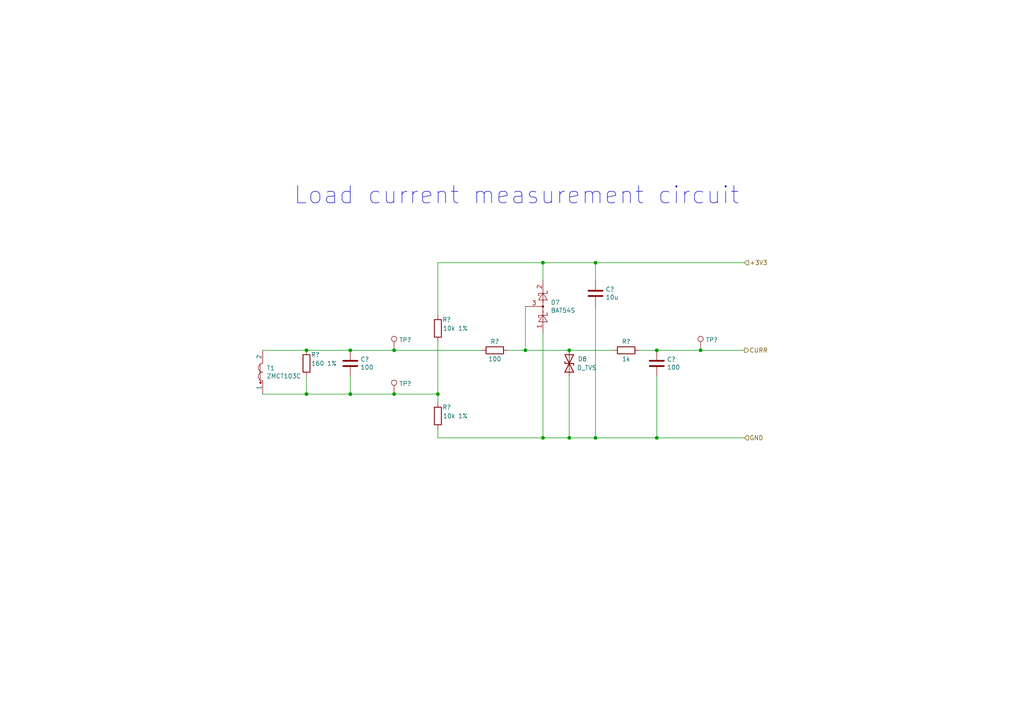
<source format=kicad_sch>
(kicad_sch (version 20231120) (generator "eeschema") (generator_version "8.0")
  (paper "A4")
  (title_block (title "Furnace 230V") (date "2021-08-26") (rev "1.0") (company "Yuriy Volkov"))
  (lib_symbols
    (symbol "current_transformer:current_transformer" (pin_numbers hide) (pin_names (offset 0))
      (property "Reference" "T" (at 0 3.175 0))
      (property "Value" "current_transformer" (at 0 -1.27 0))
      (symbol "current_transformer_0_1"
        (polyline (pts (xy -1.27 0.762) (xy 3.81 0.762)))
      )
      (symbol "current_transformer_1_1"
        (circle (center -1.778 0.635) (radius 0.254) (fill (type outline)))
        (arc (start 1.27 0) (mid 0 1.27) (end -1.27 0))
        (arc (start 3.81 0) (mid 2.54 1.27) (end 1.27 0))
        (pin passive line (at -5.08 0 0) (length 3.81) (name "1") (number "1"))
        (pin passive line (at 7.62 0 180) (length 3.81) (name "2") (number "2"))
      )
    )
    (symbol "furnace_230V-rescue:BAT54S-Diode" (pin_names (offset 1.016))
      (property "Reference" "D" (at 0.635 -3.81 0))
      (property "Value" "BAT54S-Diode" (at -6.35 3.175 0))
      (symbol "BAT54S-Diode_0_1"
        (polyline (pts (xy -3.81 0) (xy -1.27 0)))
        (polyline (pts (xy -3.175 -1.27) (xy -3.175 -1.016)))
        (polyline (pts (xy -2.54 -1.27) (xy -3.175 -1.27)))
        (polyline (pts (xy -2.54 -1.27) (xy -2.54 1.27)))
        (polyline (pts (xy -2.54 1.27) (xy -1.905 1.27)))
        (polyline (pts (xy -1.905 0) (xy 1.905 0)))
        (polyline (pts (xy -1.905 1.27) (xy -1.905 1.016)))
        (polyline (pts (xy 1.27 0) (xy 3.81 0)))
        (polyline (pts (xy 3.175 -1.27) (xy 3.175 -1.016)))
        (polyline (pts (xy 3.81 -1.27) (xy 3.175 -1.27)))
        (polyline (pts (xy 3.81 -1.27) (xy 3.81 1.27)))
        (polyline (pts (xy 3.81 1.27) (xy 4.445 1.27)))
        (polyline (pts (xy 4.445 1.27) (xy 4.445 1.016)))
        (polyline (pts (xy -4.445 1.27) (xy -4.445 -1.27) (xy -2.54 0) (xy -4.445 1.27)))
        (polyline (pts (xy 1.905 1.27) (xy 1.905 -1.27) (xy 3.81 0) (xy 1.905 1.27)))
        (circle (center 0 0) (radius 0.254) (fill (type outline)))
      )
      (symbol "BAT54S-Diode_1_1"
        (pin passive line (at -7.62 0 0) (length 3.81) (name "~") (number "1"))
        (pin passive line (at 7.62 0 180) (length 3.81) (name "~") (number "2"))
        (pin passive line (at 0 -5.08 90) (length 5.08) (name "~") (number "3"))
      )
    )
    (symbol "furnace_230V-rescue:C-Device" (pin_numbers hide) (pin_names (offset 0.254))
      (property "Reference" "C" (at 0.635 2.54 0))
      (property "Value" "C-Device" (at 0.635 -2.54 0))
      (symbol "C-Device_0_1"
        (polyline (pts (xy -2.032 -0.762) (xy 2.032 -0.762)) (stroke (width 0.508)))
        (polyline (pts (xy -2.032 0.762) (xy 2.032 0.762)) (stroke (width 0.508)))
      )
      (symbol "C-Device_1_1"
        (pin passive line (at 0 3.81 270) (length 2.794) (name "~") (number "1"))
        (pin passive line (at 0 -3.81 90) (length 2.794) (name "~") (number "2"))
      )
    )
    (symbol "furnace_230V-rescue:D_TVS-Device" (pin_numbers hide) (pin_names (offset 1.016) hide)
      (property "Reference" "D" (at 0 2.54 0))
      (property "Value" "D_TVS-Device" (at 0 -2.54 0))
      (symbol "D_TVS-Device_0_1"
        (polyline (pts (xy 1.27 0) (xy -1.27 0)))
        (polyline (pts (xy 0.508 1.27) (xy 0 1.27) (xy 0 -1.27) (xy -0.508 -1.27)) (stroke (width 0.254)))
        (polyline (pts (xy -2.54 1.27) (xy -2.54 -1.27) (xy 2.54 1.27) (xy 2.54 -1.27) (xy -2.54 1.27)) (stroke (width 0.254)))
      )
      (symbol "D_TVS-Device_1_1"
        (pin passive line (at -3.81 0 0) (length 2.54) (name "A1") (number "1"))
        (pin passive line (at 3.81 0 180) (length 2.54) (name "A2") (number "2"))
      )
    )
    (symbol "furnace_230V-rescue:R-Device" (pin_numbers hide) (pin_names (offset 0))
      (property "Reference" "R" (at 2.032 0 90))
      (property "Value" "R-Device" (at 0 0 90))
      (symbol "R-Device_0_1"
        (rectangle (start -1.016 -2.54) (end 1.016 2.54) (stroke (width 0.254)))
      )
      (symbol "R-Device_1_1"
        (pin passive line (at 0 3.81 270) (length 1.27) (name "~") (number "1"))
        (pin passive line (at 0 -3.81 90) (length 1.27) (name "~") (number "2"))
      )
    )
    (symbol "furnace_230V-rescue:TestPoint-Connector" (pin_numbers hide) (pin_names (offset 0.762) hide)
      (property "Reference" "TP" (at 0 6.858 0))
      (property "Value" "TestPoint-Connector" (at 0 5.08 0))
      (symbol "TestPoint-Connector_0_1"
        (circle (center 0 3.302) (radius 0.762))
      )
      (symbol "TestPoint-Connector_1_1"
        (pin passive line (at 0 0 90) (length 2.54) (name "1") (number "1"))
      )
    )
  )
  (junction (at 101.6 101.6))
  (junction (at 172.72 127))
  (junction (at 157.48 76.2))
  (junction (at 190.5 101.6))
  (junction (at 88.9 101.6))
  (junction (at 165.1 127))
  (junction (at 114.3 101.6))
  (junction (at 101.6 114.3))
  (junction (at 88.9 114.3))
  (junction (at 190.5 127))
  (junction (at 172.72 76.2))
  (junction (at 127 114.3))
  (junction (at 157.48 127))
  (junction (at 152.4 101.6))
  (junction (at 203.2 101.6))
  (junction (at 114.3 114.3))
  (junction (at 165.1 101.6))
  (wire (pts (xy 172.72 88.9) (xy 172.72 127)))
  (wire (pts (xy 101.6 114.3) (xy 114.3 114.3)))
  (wire (pts (xy 88.9 101.6) (xy 101.6 101.6)))
  (wire (pts (xy 76.2 101.6) (xy 88.9 101.6)))
  (wire (pts (xy 127 76.2) (xy 157.48 76.2)))
  (wire (pts (xy 165.1 127) (xy 172.72 127)))
  (wire (pts (xy 88.9 114.3) (xy 101.6 114.3)))
  (wire (pts (xy 101.6 101.6) (xy 114.3 101.6)))
  (wire (pts (xy 157.48 81.28) (xy 157.48 76.2)))
  (wire (pts (xy 190.5 127) (xy 215.9 127)))
  (wire (pts (xy 172.72 127) (xy 190.5 127)))
  (wire (pts (xy 127 91.44) (xy 127 76.2)))
  (wire (pts (xy 127 99.06) (xy 127 114.3)))
  (wire (pts (xy 101.6 109.22) (xy 101.6 114.3)))
  (wire (pts (xy 185.42 101.6) (xy 190.5 101.6)))
  (wire (pts (xy 157.48 76.2) (xy 172.72 76.2)))
  (wire (pts (xy 172.72 81.28) (xy 172.72 76.2)))
  (wire (pts (xy 127 127) (xy 157.48 127)))
  (wire (pts (xy 165.1 101.6) (xy 177.8 101.6)))
  (wire (pts (xy 88.9 109.22) (xy 88.9 114.3)))
  (wire (pts (xy 114.3 101.6) (xy 139.7 101.6)))
  (wire (pts (xy 152.4 101.6) (xy 165.1 101.6)))
  (wire (pts (xy 157.48 127) (xy 165.1 127)))
  (wire (pts (xy 172.72 76.2) (xy 215.9 76.2)))
  (wire (pts (xy 147.32 101.6) (xy 152.4 101.6)))
  (wire (pts (xy 127 114.3) (xy 127 116.84)))
  (wire (pts (xy 76.2 114.3) (xy 88.9 114.3)))
  (wire (pts (xy 127 124.46) (xy 127 127)))
  (wire (pts (xy 157.48 96.52) (xy 157.48 127)))
  (wire (pts (xy 114.3 114.3) (xy 127 114.3)))
  (wire (pts (xy 152.4 88.9) (xy 152.4 101.6)))
  (wire (pts (xy 190.5 109.22) (xy 190.5 127)))
  (wire (pts (xy 190.5 101.6) (xy 203.2 101.6)))
  (wire (pts (xy 165.1 109.22) (xy 165.1 127)))
  (wire (pts (xy 203.2 101.6) (xy 215.9 101.6)))
  (text "Load current measurement circuit" (at 214.63 59.69 0) (effects (font (size 5.0038 5.0038)) (justify right bottom)))
  (hierarchical_label "GND" (shape input) (at 215.9 127 0))
  (hierarchical_label "CURR" (shape output) (at 215.9 101.6 0))
  (hierarchical_label "+3V3" (shape input) (at 215.9 76.2 0))
  (symbol (lib_id "furnace_230V-rescue:TestPoint-Connector") (at 114.3 101.6 0) (unit 1)
    (property "Reference" "TP?" (at 115.7732 98.6028 0) (effects (justify left)))
    (property "Value" "TestPoint" (effects (hide yes)))
    (property "Footprint" "furnace_230V:TP" (effects (hide yes)))
    (instances (project "" (path "" (reference "TP?") (unit 1)) (path "" (reference "TP?") (unit 1)) (path "" (reference "TP11") (unit 1))))
  )
  (symbol (lib_id "current_transformer:current_transformer") (at 76.2 109.22 90) (unit 1)
    (property "Reference" "T1" (at 77.3176 106.7816 90) (effects (justify right)))
    (property "Value" "ZMCT103C" (at 77.3176 109.093 90) (effects (justify right)))
    (property "Footprint" "furnace_230V:ZMCT103C" (effects (hide yes)))
  )
  (symbol (lib_id "furnace_230V-rescue:TestPoint-Connector") (at 114.3 114.3 0) (unit 1)
    (property "Reference" "TP?" (at 115.7732 111.3028 0) (effects (justify left)))
    (property "Value" "TestPoint" (effects (hide yes)))
    (property "Footprint" "furnace_230V:TP" (effects (hide yes)))
    (instances (project "" (path "" (reference "TP?") (unit 1)) (path "" (reference "TP?") (unit 1)) (path "" (reference "TP12") (unit 1))))
  )
  (symbol (lib_id "furnace_230V-rescue:R-Device") (at 143.51 101.6 270) (unit 1)
    (property "Reference" "R?" (at 143.51 99.06 90))
    (property "Value" "100" (at 143.51 104.14 90))
    (property "Footprint" "Resistor_SMD:R_0603_1608Metric_Pad1.05x0.95mm_HandSolder" (effects (hide yes)))
    (instances (project "" (path "" (reference "R?") (unit 1)) (path "" (reference "R19") (unit 1)) (path "" (reference "R?") (unit 1)) (path "" (reference "R?") (unit 1))))
  )
  (symbol (lib_id "furnace_230V-rescue:BAT54S-Diode") (at 157.48 88.9 270) (mirror x) (unit 1)
    (property "Reference" "D7" (at 159.7152 87.7316 90) (effects (justify left)))
    (property "Value" "BAT54S" (at 159.7152 90.043 90) (effects (justify left)))
    (property "Footprint" "Package_TO_SOT_SMD:SOT-23" (effects (hide yes)))
    (property "Datasheet" "https://www.diodes.com/assets/Datasheets/ds11005.pdf" (effects (hide yes)))
    (instances (project "" (path "" (reference "D7") (unit 1)) (path "" (reference "D?") (unit 1))))
  )
  (symbol (lib_id "furnace_230V-rescue:D_TVS-Device") (at 165.1 105.41 90) (unit 1)
    (property "Reference" "D8" (at 168.91 104.14 90))
    (property "Value" "D_TVS" (at 170.18 106.68 90))
    (property "Footprint" "Diode_SMD:D_SMB_Handsoldering" (effects (hide yes)))
    (instances (project "" (path "" (reference "D8") (unit 1)) (path "" (reference "D?") (unit 1))))
  )
  (symbol (lib_id "furnace_230V-rescue:R-Device") (at 181.61 101.6 270) (unit 1)
    (property "Reference" "R?" (at 181.61 99.06 90))
    (property "Value" "1k" (at 181.61 104.14 90))
    (property "Footprint" "Resistor_SMD:R_0603_1608Metric_Pad1.05x0.95mm_HandSolder" (effects (hide yes)))
    (instances (project "" (path "" (reference "R?") (unit 1)) (path "" (reference "R20") (unit 1)) (path "" (reference "R?") (unit 1)) (path "" (reference "R?") (unit 1))))
  )
  (symbol (lib_id "furnace_230V-rescue:C-Device") (at 190.5 105.41 0) (unit 1)
    (property "Reference" "C?" (at 193.421 104.2416 0) (effects (justify left)))
    (property "Value" "100" (at 193.421 106.553 0) (effects (justify left)))
    (property "Footprint" "Capacitor_SMD:C_0603_1608Metric_Pad1.05x0.95mm_HandSolder" (effects (hide yes)))
    (instances (project "" (path "" (reference "C?") (unit 1)) (path "" (reference "C?") (unit 1)) (path "" (reference "C19") (unit 1)) (path "" (reference "C?") (unit 1))))
  )
  (symbol (lib_id "furnace_230V-rescue:TestPoint-Connector") (at 203.2 101.6 0) (unit 1)
    (property "Reference" "TP?" (at 204.6732 98.6028 0) (effects (justify left)))
    (property "Value" "TestPoint" (effects (hide yes)))
    (property "Footprint" "furnace_230V:TP" (effects (hide yes)))
    (instances (project "" (path "" (reference "TP?") (unit 1)) (path "" (reference "TP?") (unit 1)) (path "" (reference "TP13") (unit 1)) (path "" (reference "TP?") (unit 1))))
  )
  (symbol (lib_id "furnace_230V-rescue:C-Device") (at 172.72 85.09 0) (unit 1)
    (property "Reference" "C?" (at 175.641 83.9216 0) (effects (justify left)))
    (property "Value" "10u" (at 175.641 86.233 0) (effects (justify left)))
    (property "Footprint" "Capacitor_SMD:C_0603_1608Metric_Pad1.05x0.95mm_HandSolder" (effects (hide yes)))
    (instances (project "" (path "" (reference "C?") (unit 1)) (path "" (reference "C?") (unit 1)) (path "" (reference "C18") (unit 1)) (path "" (reference "C?") (unit 1))))
  )
  (symbol (lib_id "furnace_230V-rescue:C-Device") (at 101.6 105.41 0) (unit 1)
    (property "Reference" "C?" (at 104.521 104.2416 0) (effects (justify left)))
    (property "Value" "100" (at 104.521 106.553 0) (effects (justify left)))
    (property "Footprint" "Capacitor_SMD:C_0603_1608Metric_Pad1.05x0.95mm_HandSolder" (effects (hide yes)))
    (instances (project "" (path "" (reference "C?") (unit 1)) (path "" (reference "C?") (unit 1)) (path "" (reference "C17") (unit 1)) (path "" (reference "C?") (unit 1))))
  )
  (symbol (lib_id "furnace_230V-rescue:R-Device") (at 88.9 105.41 0) (unit 1)
    (property "Reference" "R?" (at 91.44 102.87 0))
    (property "Value" "160 1%" (at 93.98 105.41 0))
    (property "Footprint" "Resistor_SMD:R_0603_1608Metric_Pad1.05x0.95mm_HandSolder" (effects (hide yes)))
    (instances (project "" (path "" (reference "R?") (unit 1)) (path "" (reference "R16") (unit 1)) (path "" (reference "R?") (unit 1))))
  )
  (symbol (lib_id "furnace_230V-rescue:R-Device") (at 127 95.25 0) (unit 1)
    (property "Reference" "R?" (at 129.54 92.71 0))
    (property "Value" "10k 1%" (at 132.08 95.25 0))
    (property "Footprint" "Resistor_SMD:R_0603_1608Metric_Pad1.05x0.95mm_HandSolder" (effects (hide yes)))
    (instances (project "" (path "" (reference "R?") (unit 1)) (path "" (reference "R17") (unit 1)) (path "" (reference "R?") (unit 1))))
  )
  (symbol (lib_id "furnace_230V-rescue:R-Device") (at 127 120.65 0) (unit 1)
    (property "Reference" "R?" (at 129.54 118.11 0))
    (property "Value" "10k 1%" (at 132.08 120.65 0))
    (property "Footprint" "Resistor_SMD:R_0603_1608Metric_Pad1.05x0.95mm_HandSolder" (effects (hide yes)))
    (instances (project "" (path "" (reference "R?") (unit 1)) (path "" (reference "R18") (unit 1)) (path "" (reference "R?") (unit 1))))
  )
)
</source>
